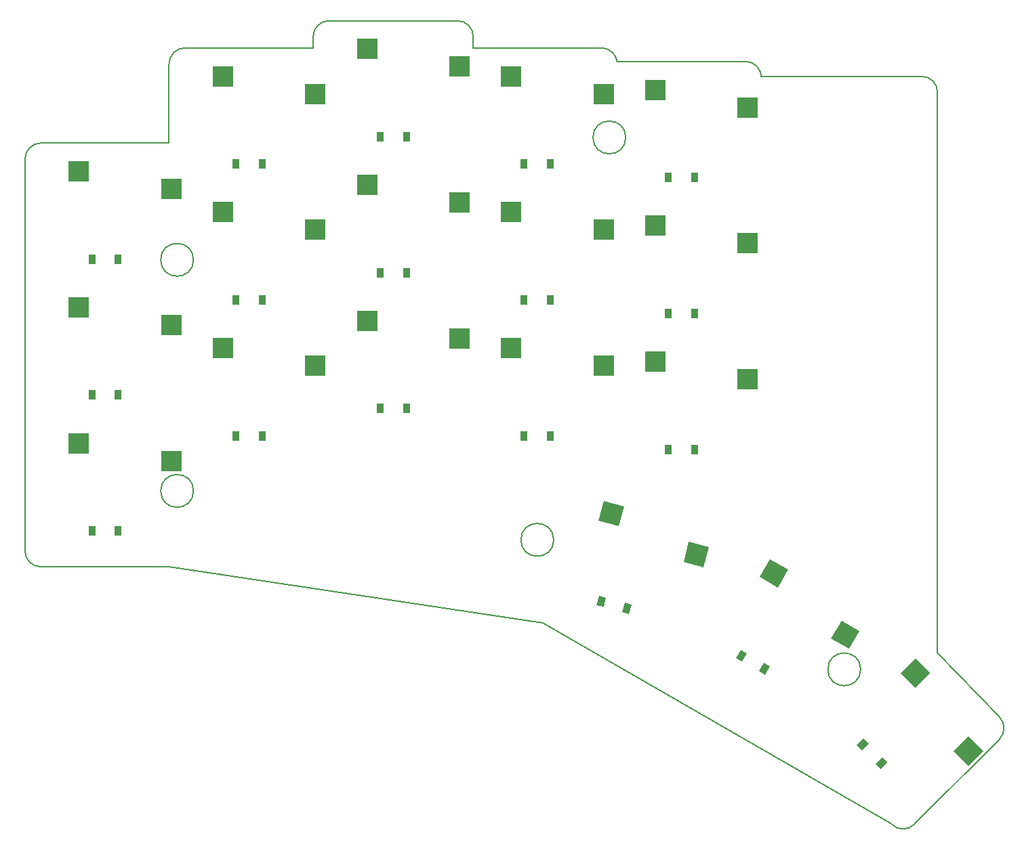
<source format=gbr>
G04 #@! TF.GenerationSoftware,KiCad,Pcbnew,5.1.5+dfsg1-2build2*
G04 #@! TF.CreationDate,2021-10-14T21:44:16+00:00*
G04 #@! TF.ProjectId,board,626f6172-642e-46b6-9963-61645f706362,VERSION_HERE*
G04 #@! TF.SameCoordinates,Original*
G04 #@! TF.FileFunction,Paste,Bot*
G04 #@! TF.FilePolarity,Positive*
%FSLAX46Y46*%
G04 Gerber Fmt 4.6, Leading zero omitted, Abs format (unit mm)*
G04 Created by KiCad (PCBNEW 5.1.5+dfsg1-2build2) date 2021-10-14 21:44:16*
%MOMM*%
%LPD*%
G04 APERTURE LIST*
G04 #@! TA.AperFunction,Profile*
%ADD10C,0.150000*%
G04 #@! TD*
%ADD11R,2.600000X2.600000*%
%ADD12R,0.900000X1.200000*%
%ADD13C,0.350000*%
G04 APERTURE END LIST*
D10*
X10000000Y-9500000D02*
X26000000Y-9500000D01*
X8000000Y-7500000D02*
X8000000Y41500000D01*
X10000000Y-9500000D02*
G75*
G02X8000000Y-7500000I0J2000000D01*
G01*
X26000000Y43500000D02*
X10000000Y43500000D01*
X8000000Y41500000D02*
G75*
G02X10000000Y43500000I2000000J0D01*
G01*
X44000000Y55400000D02*
X28000000Y55400000D01*
X26000000Y53400000D02*
G75*
G02X28000000Y55400000I2000000J0D01*
G01*
X26000000Y53400000D02*
X26000000Y43500000D01*
X64000000Y55400000D02*
X64000000Y56800000D01*
X62000000Y58800000D02*
G75*
G02X64000000Y56800000I0J-2000000D01*
G01*
X62000000Y58800000D02*
X46000000Y58800000D01*
X44000000Y56800000D02*
G75*
G02X46000000Y58800000I2000000J0D01*
G01*
X44000000Y56800000D02*
X44000000Y55400000D01*
X80000000Y55400000D02*
G75*
G02X81977391Y53699872I0J-2000000D01*
G01*
X80000000Y55400000D02*
X64000000Y55400000D01*
X98000000Y53700000D02*
G75*
G02X99994367Y51850000I0J-2000000D01*
G01*
X98000000Y53700000D02*
X82000000Y53700000D01*
X81977391Y53699872D02*
G75*
G02X82000000Y53700000I22609J-1999872D01*
G01*
X119117258Y-41686664D02*
G75*
G02X116288831Y-41686665I-1414214J1414213D01*
G01*
X119117258Y-41686665D02*
X129723860Y-31080063D01*
X129723859Y-28251636D02*
G75*
G02X129723860Y-31080063I-1414213J-1414214D01*
G01*
X122000000Y-20208734D02*
X129723860Y-28251636D01*
X116288831Y-41686665D02*
X72707107Y-16524745D01*
X72707107Y-16524745D02*
X26000000Y-9500000D01*
X122000000Y-20208734D02*
X122000000Y49850000D01*
X120000000Y51850000D02*
G75*
G02X122000000Y49850000I0J-2000000D01*
G01*
X120000000Y51850000D02*
X99994367Y51850000D01*
X29050000Y28900000D02*
G75*
G03X29050000Y28900000I-2050000J0D01*
G01*
X29050000Y0D02*
G75*
G03X29050000Y0I-2050000J0D01*
G01*
X83050000Y44200000D02*
G75*
G03X83050000Y44200000I-2050000J0D01*
G01*
X74050000Y-6120000D02*
G75*
G03X74050000Y-6120000I-2050000J0D01*
G01*
X112399134Y-22311939D02*
G75*
G03X112399134Y-22311939I-2050000J0D01*
G01*
D11*
G04 #@! TO.C,S1*
X14725000Y5950000D03*
X26275000Y3750000D03*
G04 #@! TD*
D12*
G04 #@! TO.C,D1*
X19650000Y-5000000D03*
X16350000Y-5000000D03*
G04 #@! TD*
D11*
G04 #@! TO.C,S2*
X14725000Y22950000D03*
X26275000Y20750000D03*
G04 #@! TD*
D12*
G04 #@! TO.C,D2*
X19650000Y12000000D03*
X16350000Y12000000D03*
G04 #@! TD*
D11*
G04 #@! TO.C,S3*
X14725000Y39950000D03*
X26275000Y37750000D03*
G04 #@! TD*
D12*
G04 #@! TO.C,D3*
X19650000Y29000000D03*
X16350000Y29000000D03*
G04 #@! TD*
D11*
G04 #@! TO.C,S4*
X32725000Y17850000D03*
X44275000Y15650000D03*
G04 #@! TD*
D12*
G04 #@! TO.C,D4*
X37650000Y6900000D03*
X34350000Y6900000D03*
G04 #@! TD*
D11*
G04 #@! TO.C,S5*
X32725000Y34850000D03*
X44275000Y32650000D03*
G04 #@! TD*
D12*
G04 #@! TO.C,D5*
X37650000Y23900000D03*
X34350000Y23900000D03*
G04 #@! TD*
D11*
G04 #@! TO.C,S6*
X32725000Y51850000D03*
X44275000Y49650000D03*
G04 #@! TD*
D12*
G04 #@! TO.C,D6*
X37650000Y40900000D03*
X34350000Y40900000D03*
G04 #@! TD*
D11*
G04 #@! TO.C,S7*
X50725000Y21250000D03*
X62275000Y19050000D03*
G04 #@! TD*
D12*
G04 #@! TO.C,D7*
X55650000Y10300000D03*
X52350000Y10300000D03*
G04 #@! TD*
D11*
G04 #@! TO.C,S8*
X50725000Y38250000D03*
X62275000Y36050000D03*
G04 #@! TD*
D12*
G04 #@! TO.C,D8*
X55650000Y27300000D03*
X52350000Y27300000D03*
G04 #@! TD*
D11*
G04 #@! TO.C,S9*
X50725000Y55250000D03*
X62275000Y53050000D03*
G04 #@! TD*
D12*
G04 #@! TO.C,D9*
X55650000Y44300000D03*
X52350000Y44300000D03*
G04 #@! TD*
D11*
G04 #@! TO.C,S10*
X68725000Y17850000D03*
X80275000Y15650000D03*
G04 #@! TD*
D12*
G04 #@! TO.C,D10*
X73650000Y6900000D03*
X70350000Y6900000D03*
G04 #@! TD*
D11*
G04 #@! TO.C,S11*
X68725000Y34850000D03*
X80275000Y32650000D03*
G04 #@! TD*
D12*
G04 #@! TO.C,D11*
X73650000Y23900000D03*
X70350000Y23900000D03*
G04 #@! TD*
D11*
G04 #@! TO.C,S12*
X68725000Y51850000D03*
X80275000Y49650000D03*
G04 #@! TD*
D12*
G04 #@! TO.C,D12*
X73650000Y40900000D03*
X70350000Y40900000D03*
G04 #@! TD*
D11*
G04 #@! TO.C,S13*
X86725000Y16150000D03*
X98275000Y13950000D03*
G04 #@! TD*
D12*
G04 #@! TO.C,D13*
X91650000Y5200000D03*
X88350000Y5200000D03*
G04 #@! TD*
D11*
G04 #@! TO.C,S14*
X86725000Y33150000D03*
X98275000Y30950000D03*
G04 #@! TD*
D12*
G04 #@! TO.C,D14*
X91650000Y22200000D03*
X88350000Y22200000D03*
G04 #@! TD*
D11*
G04 #@! TO.C,S15*
X86725000Y50150000D03*
X98275000Y47950000D03*
G04 #@! TD*
D12*
G04 #@! TO.C,D15*
X91650000Y39200000D03*
X88350000Y39200000D03*
G04 #@! TD*
D13*
G04 #@! TO.C,S16*
G36*
X79677698Y-3743348D02*
G01*
X80350627Y-1231941D01*
X82862034Y-1904870D01*
X82189105Y-4416277D01*
X79677698Y-3743348D01*
G37*
G36*
X90264740Y-8857745D02*
G01*
X90937669Y-6346338D01*
X93449076Y-7019267D01*
X92776147Y-9530674D01*
X90264740Y-8857745D01*
G37*
G04 #@! TD*
G04 #@! TO.C,D16*
G36*
X82603020Y-15138737D02*
G01*
X82913603Y-13979626D01*
X83782936Y-14212563D01*
X83472353Y-15371674D01*
X82603020Y-15138737D01*
G37*
G36*
X79415464Y-14284637D02*
G01*
X79726047Y-13125526D01*
X80595380Y-13358463D01*
X80284797Y-14517574D01*
X79415464Y-14284637D01*
G37*
G04 #@! TD*
G04 #@! TO.C,S17*
G36*
X99793934Y-10782982D02*
G01*
X101093934Y-8531316D01*
X103345600Y-9831316D01*
X102045600Y-12082982D01*
X99793934Y-10782982D01*
G37*
G36*
X108696527Y-18463238D02*
G01*
X109996527Y-16211572D01*
X112248193Y-17511572D01*
X110948193Y-19763238D01*
X108696527Y-18463238D01*
G37*
G04 #@! TD*
G04 #@! TO.C,D17*
G36*
X99670131Y-22547315D02*
G01*
X100270131Y-21508085D01*
X101049553Y-21958085D01*
X100449553Y-22997315D01*
X99670131Y-22547315D01*
G37*
G36*
X96812247Y-20897315D02*
G01*
X97412247Y-19858085D01*
X98191669Y-20308085D01*
X97591669Y-21347315D01*
X96812247Y-20897315D01*
G37*
G04 #@! TD*
G04 #@! TO.C,S18*
G36*
X117402033Y-22789240D02*
G01*
X119240511Y-20950762D01*
X121078989Y-22789240D01*
X119240511Y-24627718D01*
X117402033Y-22789240D01*
G37*
G36*
X124013481Y-32511958D02*
G01*
X125851959Y-30673480D01*
X127690437Y-32511958D01*
X125851959Y-34350436D01*
X124013481Y-32511958D01*
G37*
G04 #@! TD*
G04 #@! TO.C,D18*
G36*
X114238264Y-34120592D02*
G01*
X115086792Y-33272064D01*
X115723188Y-33908460D01*
X114874660Y-34756988D01*
X114238264Y-34120592D01*
G37*
G36*
X111904812Y-31787140D02*
G01*
X112753340Y-30938612D01*
X113389736Y-31575008D01*
X112541208Y-32423536D01*
X111904812Y-31787140D01*
G37*
G04 #@! TD*
M02*

</source>
